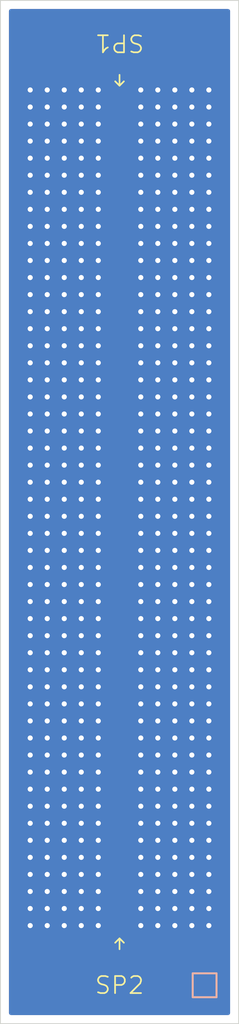
<source format=kicad_pcb>
(kicad_pcb (version 20240108) (generator "pcbnew") (generator_version "8.0")
  (layers (0 "F.Cu" signal) (31 "B.Cu" signal) (34 "B.Paste" user) (35 "F.Paste" user) (36 "B.SilkS" user "B.Silkscreen") (37 "F.SilkS" user "F.Silkscreen") (38 "B.Mask" user) (39 "F.Mask" user) (44 "Edge.Cuts" user))
  (net 0 "")
  (net 1 "GND")
  (footprint "SRS_sim:Simulation_Port" (layer "F.Cu") (at 150 60 180)
    (property "Reference" "SP1" (at 0 2.5 180) (layer "F.SilkS") (effects (font (thickness 0.1))))
    (property "Value" "Simulation_Port" (hide yes))
    (fp_line (start 0 0) (end 0.254 0.254) (stroke (width 0.1)) (layer "F.SilkS"))
    (fp_line (start 0 0) (end 0 0.635) (stroke (width 0.1)) (layer "F.SilkS"))
    (fp_line (start 0 0) (end -0.254 0.254) (stroke (width 0.1)) (layer "F.SilkS"))
  )
  (footprint "SRS_sim:Simulation_Port" (layer "F.Cu") (at 150 110)
    (property "Reference" "SP2" (at 0 2.75 0) (layer "F.SilkS") (effects (font (thickness 0.1))))
    (property "Value" "Simulation_Port" (hide yes))
    (fp_line (start 0 0) (end -0.254 0.254) (stroke (width 0.1)) (layer "F.SilkS"))
    (fp_line (start 0 0) (end 0 0.635) (stroke (width 0.1)) (layer "F.SilkS"))
    (fp_line (start 0 0) (end 0.254 0.254) (stroke (width 0.1)) (layer "F.SilkS"))
  )
  (footprint "TestPoint:TestPoint_Pad_1.0x1.0mm" (layer "B.Cu") (at 155 112.75 180)
    (property "Reference" "TP101" (hide yes))
    (property "Value" "TestPoint" (hide yes))
    (fp_line (start 0.7 0.7) (end -0.7 0.7) (stroke (width 0.12)) (layer "B.SilkS"))
    (fp_line (start 0.7 -0.7) (end 0.7 0.7) (stroke (width 0.12)) (layer "B.SilkS"))
    (fp_line (start -0.7 0.7) (end -0.7 -0.7) (stroke (width 0.12)) (layer "B.SilkS"))
    (fp_line (start -0.7 -0.7) (end 0.7 -0.7) (stroke (width 0.12)) (layer "B.SilkS"))
    (pad "1" smd rect (at 0 0 180) (size 1 1) (layers "B.Cu" "B.Mask") (net 1 "GND"))
  )
  (gr_rect (start 149.365 60) (end 150.635 110) (fill solid) (layer "F.Cu"))
  (gr_rect (start 143 55) (end 157 115) (stroke (width 0.05)) (fill none) (layer "Edge.Cuts"))
  (via (at 146.75 62.25) (size 0.6) (drill 0.3) (layers "F.Cu" "B.Cu") (net 1))
  (via (at 148.75 63.25) (size 0.6) (drill 0.3) (layers "F.Cu" "B.Cu") (net 1))
  (via (at 148.75 74.25) (size 0.6) (drill 0.3) (layers "F.Cu" "B.Cu") (net 1))
  (via (at 148.75 87.25) (size 0.6) (drill 0.3) (layers "F.Cu" "B.Cu") (net 1))
  (via (at 154.25 74.25) (size 0.6) (drill 0.3) (layers "F.Cu" "B.Cu") (net 1))
  (via (at 147.75 100.25) (size 0.6) (drill 0.3) (layers "F.Cu" "B.Cu") (net 1))
  (via (at 148.75 90.25) (size 0.6) (drill 0.3) (layers "F.Cu" "B.Cu") (net 1))
  (via (at 153.25 73.25) (size 0.6) (drill 0.3) (layers "F.Cu" "B.Cu") (net 1))
  (via (at 154.25 83.25) (size 0.6) (drill 0.3) (layers "F.Cu" "B.Cu") (net 1))
  (via (at 147.75 65.25) (size 0.6) (drill 0.3) (layers "F.Cu" "B.Cu") (net 1))
  (via (at 145.75 65.25) (size 0.6) (drill 0.3) (layers "F.Cu" "B.Cu") (net 1))
  (via (at 147.75 64.25) (size 0.6) (drill 0.3) (layers "F.Cu" "B.Cu") (net 1))
  (via (at 148.75 95.25) (size 0.6) (drill 0.3) (layers "F.Cu" "B.Cu") (net 1))
  (via (at 148.75 76.25) (size 0.6) (drill 0.3) (layers "F.Cu" "B.Cu") (net 1))
  (via (at 145.75 69.25) (size 0.6) (drill 0.3) (layers "F.Cu" "B.Cu") (net 1))
  (via (at 145.75 61.25) (size 0.6) (drill 0.3) (layers "F.Cu" "B.Cu") (net 1))
  (via (at 153.25 68.25) (size 0.6) (drill 0.3) (layers "F.Cu" "B.Cu") (net 1))
  (via (at 148.75 108.25) (size 0.6) (drill 0.3) (layers "F.Cu" "B.Cu") (net 1))
  (via (at 153.25 95.25) (size 0.6) (drill 0.3) (layers "F.Cu" "B.Cu") (net 1))
  (via (at 144.75 67.25) (size 0.6) (drill 0.3) (layers "F.Cu" "B.Cu") (net 1))
  (via (at 152.25 109.25) (size 0.6) (drill 0.3) (layers "F.Cu" "B.Cu") (net 1))
  (via (at 155.25 92.25) (size 0.6) (drill 0.3) (layers "F.Cu" "B.Cu") (net 1))
  (via (at 148.75 80.25) (size 0.6) (drill 0.3) (layers "F.Cu" "B.Cu") (net 1))
  (via (at 145.75 98.25) (size 0.6) (drill 0.3) (layers "F.Cu" "B.Cu") (net 1))
  (via (at 147.75 96.25) (size 0.6) (drill 0.3) (layers "F.Cu" "B.Cu") (net 1))
  (via (at 151.25 101.25) (size 0.6) (drill 0.3) (layers "F.Cu" "B.Cu") (net 1))
  (via (at 154.25 70.25) (size 0.6) (drill 0.3) (layers "F.Cu" "B.Cu") (net 1))
  (via (at 144.75 78.25) (size 0.6) (drill 0.3) (layers "F.Cu" "B.Cu") (net 1))
  (via (at 155.25 60.25) (size 0.6) (drill 0.3) (layers "F.Cu" "B.Cu") (net 1))
  (via (at 144.75 96.25) (size 0.6) (drill 0.3) (layers "F.Cu" "B.Cu") (net 1))
  (via (at 155.25 70.25) (size 0.6) (drill 0.3) (layers "F.Cu" "B.Cu") (net 1))
  (via (at 144.75 99.25) (size 0.6) (drill 0.3) (layers "F.Cu" "B.Cu") (net 1))
  (via (at 144.75 82.25) (size 0.6) (drill 0.3) (layers "F.Cu" "B.Cu") (net 1))
  (via (at 155.25 102.25) (size 0.6) (drill 0.3) (layers "F.Cu" "B.Cu") (net 1))
  (via (at 145.75 78.25) (size 0.6) (drill 0.3) (layers "F.Cu" "B.Cu") (net 1))
  (via (at 152.25 92.25) (size 0.6) (drill 0.3) (layers "F.Cu" "B.Cu") (net 1))
  (via (at 148.75 64.25) (size 0.6) (drill 0.3) (layers "F.Cu" "B.Cu") (net 1))
  (via (at 154.25 68.25) (size 0.6) (drill 0.3) (layers "F.Cu" "B.Cu") (net 1))
  (via (at 155.25 65.25) (size 0.6) (drill 0.3) (layers "F.Cu" "B.Cu") (net 1))
  (via (at 145.75 106.25) (size 0.6) (drill 0.3) (layers "F.Cu" "B.Cu") (net 1))
  (via (at 146.75 108.25) (size 0.6) (drill 0.3) (layers "F.Cu" "B.Cu") (net 1))
  (via (at 147.75 77.25) (size 0.6) (drill 0.3) (layers "F.Cu" "B.Cu") (net 1))
  (via (at 151.25 83.25) (size 0.6) (drill 0.3) (layers "F.Cu" "B.Cu") (net 1))
  (via (at 144.75 76.25) (size 0.6) (drill 0.3) (layers "F.Cu" "B.Cu") (net 1))
  (via (at 148.75 93.25) (size 0.6) (drill 0.3) (layers "F.Cu" "B.Cu") (net 1))
  (via (at 148.75 101.25) (size 0.6) (drill 0.3) (layers "F.Cu" "B.Cu") (net 1))
  (via (at 146.75 107.25) (size 0.6) (drill 0.3) (layers "F.Cu" "B.Cu") (net 1))
  (via (at 151.25 104.25) (size 0.6) (drill 0.3) (layers "F.Cu" "B.Cu") (net 1))
  (via (at 152.25 80.25) (size 0.6) (drill 0.3) (layers "F.Cu" "B.Cu") (net 1))
  (via (at 147.75 86.25) (size 0.6) (drill 0.3) (layers "F.Cu" "B.Cu") (net 1))
  (via (at 144.75 72.25) (size 0.6) (drill 0.3) (layers "F.Cu" "B.Cu") (net 1))
  (via (at 145.75 72.25) (size 0.6) (drill 0.3) (layers "F.Cu" "B.Cu") (net 1))
  (via (at 147.75 102.25) (size 0.6) (drill 0.3) (layers "F.Cu" "B.Cu") (net 1))
  (via (at 147.75 74.25) (size 0.6) (drill 0.3) (layers "F.Cu" "B.Cu") (net 1))
  (via (at 152.25 101.25) (size 0.6) (drill 0.3) (layers "F.Cu" "B.Cu") (net 1))
  (via (at 154.25 71.25) (size 0.6) (drill 0.3) (layers "F.Cu" "B.Cu") (net 1))
  (via (at 146.75 88.25) (size 0.6) (drill 0.3) (layers "F.Cu" "B.Cu") (net 1))
  (via (at 152.25 62.25) (size 0.6) (drill 0.3) (layers "F.Cu" "B.Cu") (net 1))
  (via (at 154.25 94.25) (size 0.6) (drill 0.3) (layers "F.Cu" "B.Cu") (net 1))
  (via (at 152.25 71.25) (size 0.6) (drill 0.3) (layers "F.Cu" "B.Cu") (net 1))
  (via (at 152.25 96.25) (size 0.6) (drill 0.3) (layers "F.Cu" "B.Cu") (net 1))
  (via (at 144.75 94.25) (size 0.6) (drill 0.3) (layers "F.Cu" "B.Cu") (net 1))
  (via (at 152.25 97.25) (size 0.6) (drill 0.3) (layers "F.Cu" "B.Cu") (net 1))
  (via (at 151.25 77.25) (size 0.6) (drill 0.3) (layers "F.Cu" "B.Cu") (net 1))
  (via (at 154.25 102.25) (size 0.6) (drill 0.3) (layers "F.Cu" "B.Cu") (net 1))
  (via (at 151.25 76.25) (size 0.6) (drill 0.3) (layers "F.Cu" "B.Cu") (net 1))
  (via (at 155.25 69.25) (size 0.6) (drill 0.3) (layers "F.Cu" "B.Cu") (net 1))
  (via (at 153.25 61.25) (size 0.6) (drill 0.3) (layers "F.Cu" "B.Cu") (net 1))
  (via (at 144.75 63.25) (size 0.6) (drill 0.3) (layers "F.Cu" "B.Cu") (net 1))
  (via (at 153.25 81.25) (size 0.6) (drill 0.3) (layers "F.Cu" "B.Cu") (net 1))
  (via (at 154.25 76.25) (size 0.6) (drill 0.3) (layers "F.Cu" "B.Cu") (net 1))
  (via (at 145.75 68.25) (size 0.6) (drill 0.3) (layers "F.Cu" "B.Cu") (net 1))
  (via (at 145.75 100.25) (size 0.6) (drill 0.3) (layers "F.Cu" "B.Cu") (net 1))
  (via (at 155.25 109.25) (size 0.6) (drill 0.3) (layers "F.Cu" "B.Cu") (net 1))
  (via (at 155.25 91.25) (size 0.6) (drill 0.3) (layers "F.Cu" "B.Cu") (net 1))
  (via (at 144.75 89.25) (size 0.6) (drill 0.3) (layers "F.Cu" "B.Cu") (net 1))
  (via (at 146.75 68.25) (size 0.6) (drill 0.3) (layers "F.Cu" "B.Cu") (net 1))
  (via (at 155.25 98.25) (size 0.6) (drill 0.3) (layers "F.Cu" "B.Cu") (net 1))
  (via (at 145.75 88.25) (size 0.6) (drill 0.3) (layers "F.Cu" "B.Cu") (net 1))
  (via (at 144.75 93.25) (size 0.6) (drill 0.3) (layers "F.Cu" "B.Cu") (net 1))
  (via (at 154.25 98.25) (size 0.6) (drill 0.3) (layers "F.Cu" "B.Cu") (net 1))
  (via (at 151.25 64.25) (size 0.6) (drill 0.3) (layers "F.Cu" "B.Cu") (net 1))
  (via (at 144.75 65.25) (size 0.6) (drill 0.3) (layers "F.Cu" "B.Cu") (net 1))
  (via (at 155.25 79.25) (size 0.6) (drill 0.3) (layers "F.Cu" "B.Cu") (net 1))
  (via (at 144.75 73.25) (size 0.6) (drill 0.3) (layers "F.Cu" "B.Cu") (net 1))
  (via (at 144.75 102.25) (size 0.6) (drill 0.3) (layers "F.Cu" "B.Cu") (net 1))
  (via (at 146.75 72.25) (size 0.6) (drill 0.3) (layers "F.Cu" "B.Cu") (net 1))
  (via (at 146.75 97.25) (size 0.6) (drill 0.3) (layers "F.Cu" "B.Cu") (net 1))
  (via (at 151.25 88.25) (size 0.6) (drill 0.3) (layers "F.Cu" "B.Cu") (net 1))
  (via (at 144.75 90.25) (size 0.6) (drill 0.3) (layers "F.Cu" "B.Cu") (net 1))
  (via (at 151.25 84.25) (size 0.6) (drill 0.3) (layers "F.Cu" "B.Cu") (net 1))
  (via (at 151.25 85.25) (size 0.6) (drill 0.3) (layers "F.Cu" "B.Cu") (net 1))
  (via (at 147.75 103.25) (size 0.6) (drill 0.3) (layers "F.Cu" "B.Cu") (net 1))
  (via (at 144.75 74.25) (size 0.6) (drill 0.3) (layers "F.Cu" "B.Cu") (net 1))
  (via (at 147.75 71.25) (size 0.6) (drill 0.3) (layers "F.Cu" "B.Cu") (net 1))
  (via (at 147.75 99.25) (size 0.6) (drill 0.3) (layers "F.Cu" "B.Cu") (net 1))
  (via (at 148.75 97.25) (size 0.6) (drill 0.3) (layers "F.Cu" "B.Cu") (net 1))
  (via (at 144.75 100.25) (size 0.6) (drill 0.3) (layers "F.Cu" "B.Cu") (net 1))
  (via (at 153.25 109.25) (size 0.6) (drill 0.3) (layers "F.Cu" "B.Cu") (net 1))
  (via (at 145.75 63.25) (size 0.6) (drill 0.3) (layers "F.Cu" "B.Cu") (net 1))
  (via (at 148.75 79.25) (size 0.6) (drill 0.3) (layers "F.Cu" "B.Cu") (net 1))
  (via (at 151.25 94.25) (size 0.6) (drill 0.3) (layers "F.Cu" "B.Cu") (net 1))
  (via (at 146.75 104.25) (size 0.6) (drill 0.3) (layers "F.Cu" "B.Cu") (net 1))
  (via (at 148.75 65.25) (size 0.6) (drill 0.3) (layers "F.Cu" "B.Cu") (net 1))
  (via (at 148.75 85.25) (size 0.6) (drill 0.3) (layers "F.Cu" "B.Cu") (net 1))
  (via (at 151.25 102.25) (size 0.6) (drill 0.3) (layers "F.Cu" "B.Cu") (net 1))
  (via (at 154.25 66.25) (size 0.6) (drill 0.3) (layers "F.Cu" "B.Cu") (net 1))
  (via (at 144.75 95.25) (size 0.6) (drill 0.3) (layers "F.Cu" "B.Cu") (net 1))
  (via (at 153.25 78.25) (size 0.6) (drill 0.3) (layers "F.Cu" "B.Cu") (net 1))
  (via (at 155.25 66.25) (size 0.6) (drill 0.3) (layers "F.Cu" "B.Cu") (net 1))
  (via (at 145.75 62.25) (size 0.6) (drill 0.3) (layers "F.Cu" "B.Cu") (net 1))
  (via (at 146.75 69.25) (size 0.6) (drill 0.3) (layers "F.Cu" "B.Cu") (net 1))
  (via (at 145.75 91.25) (size 0.6) (drill 0.3) (layers "F.Cu" "B.Cu") (net 1))
  (via (at 151.25 73.25) (size 0.6) (drill 0.3) (layers "F.Cu" "B.Cu") (net 1))
  (via (at 144.75 86.25) (size 0.6) (drill 0.3) (layers "F.Cu" "B.Cu") (net 1))
  (via (at 145.75 83.25) (size 0.6) (drill 0.3) (layers "F.Cu" "B.Cu") (net 1))
  (via (at 144.75 81.25) (size 0.6) (drill 0.3) (layers "F.Cu" "B.Cu") (net 1))
  (via (at 151.25 100.25) (size 0.6) (drill 0.3) (layers "F.Cu" "B.Cu") (net 1))
  (via (at 145.75 89.25) (size 0.6) (drill 0.3) (layers "F.Cu" "B.Cu") (net 1))
  (via (at 145.75 82.25) (size 0.6) (drill 0.3) (layers "F.Cu" "B.Cu") (net 1))
  (via (at 155.25 67.25) (size 0.6) (drill 0.3) (layers "F.Cu" "B.Cu") (net 1))
  (via (at 151.25 86.25) (size 0.6) (drill 0.3) (layers "F.Cu" "B.Cu") (net 1))
  (via (at 151.25 63.25) (size 0.6) (drill 0.3) (layers "F.Cu" "B.Cu") (net 1))
  (via (at 155.25 75.25) (size 0.6) (drill 0.3) (layers "F.Cu" "B.Cu") (net 1))
  (via (at 153.25 102.25) (size 0.6) (drill 0.3) (layers "F.Cu" "B.Cu") (net 1))
  (via (at 151.25 75.25) (size 0.6) (drill 0.3) (layers "F.Cu" "B.Cu") (net 1))
  (via (at 151.25 92.25) (size 0.6) (drill 0.3) (layers "F.Cu" "B.Cu") (net 1))
  (via (at 148.75 94.25) (size 0.6) (drill 0.3) (layers "F.Cu" "B.Cu") (net 1))
  (via (at 144.75 77.25) (size 0.6) (drill 0.3) (layers "F.Cu" "B.Cu") (net 1))
  (via (at 147.75 105.25) (size 0.6) (drill 0.3) (layers "F.Cu" "B.Cu") (net 1))
  (via (at 145.75 73.25) (size 0.6) (drill 0.3) (layers "F.Cu" "B.Cu") (net 1))
  (via (at 155.25 76.25) (size 0.6) (drill 0.3) (layers "F.Cu" "B.Cu") (net 1))
  (via (at 145.75 85.25) (size 0.6) (drill 0.3) (layers "F.Cu" "B.Cu") (net 1))
  (via (at 148.75 60.25) (size 0.6) (drill 0.3) (layers "F.Cu" "B.Cu") (net 1))
  (via (at 145.75 95.25) (size 0.6) (drill 0.3) (layers "F.Cu" "B.Cu") (net 1))
  (via (at 144.75 66.25) (size 0.6) (drill 0.3) (layers "F.Cu" "B.Cu") (net 1))
  (via (at 144.75 105.25) (size 0.6) (drill 0.3) (layers "F.Cu" "B.Cu") (net 1))
  (via (at 151.25 65.25) (size 0.6) (drill 0.3) (layers "F.Cu" "B.Cu") (net 1))
  (via (at 147.75 82.25) (size 0.6) (drill 0.3) (layers "F.Cu" "B.Cu") (net 1))
  (via (at 152.25 105.25) (size 0.6) (drill 0.3) (layers "F.Cu" "B.Cu") (net 1))
  (via (at 151.25 78.25) (size 0.6) (drill 0.3) (layers "F.Cu" "B.Cu") (net 1))
  (via (at 147.75 88.25) (size 0.6) (drill 0.3) (layers "F.Cu" "B.Cu") (net 1))
  (via (at 153.25 63.25) (size 0.6) (drill 0.3) (layers "F.Cu" "B.Cu") (net 1))
  (via (at 153.25 77.25) (size 0.6) (drill 0.3) (layers "F.Cu" "B.Cu") (net 1))
  (via (at 154.25 82.25) (size 0.6) (drill 0.3) (layers "F.Cu" "B.Cu") (net 1))
  (via (at 154.25 91.25) (size 0.6) (drill 0.3) (layers "F.Cu" "B.Cu") (net 1))
  (via (at 154.25 84.25) (size 0.6) (drill 0.3) (layers "F.Cu" "B.Cu") (net 1))
  (via (at 148.75 105.25) (size 0.6) (drill 0.3) (layers "F.Cu" "B.Cu") (net 1))
  (via (at 155.25 94.25) (size 0.6) (drill 0.3) (layers "F.Cu" "B.Cu") (net 1))
  (via (at 152.25 82.25) (size 0.6) (drill 0.3) (layers "F.Cu" "B.Cu") (net 1))
  (via (at 148.75 103.25) (size 0.6) (drill 0.3) (layers "F.Cu" "B.Cu") (net 1))
  (via (at 145.75 102.25) (size 0.6) (drill 0.3) (layers "F.Cu" "B.Cu") (net 1))
  (via (at 148.75 61.25) (size 0.6) (drill 0.3) (layers "F.Cu" "B.Cu") (net 1))
  (via (at 147.75 93.25) (size 0.6) (drill 0.3) (layers "F.Cu" "B.Cu") (net 1))
  (via (at 155.25 100.25) (size 0.6) (drill 0.3) (layers "F.Cu" "B.Cu") (net 1))
  (via (at 154.25 92.25) (size 0.6) (drill 0.3) (layers "F.Cu" "B.Cu") (net 1))
  (via (at 155.25 88.25) (size 0.6) (drill 0.3) (layers "F.Cu" "B.Cu") (net 1))
  (via (at 147.75 61.25) (size 0.6) (drill 0.3) (layers "F.Cu" "B.Cu") (net 1))
  (via (at 146.75 93.25) (size 0.6) (drill 0.3) (layers "F.Cu" "B.Cu") (net 1))
  (via (at 145.75 109.25) (size 0.6) (drill 0.3) (layers "F.Cu" "B.Cu") (net 1))
  (via (at 148.75 99.25) (size 0.6) (drill 0.3) (layers "F.Cu" "B.Cu") (net 1))
  (via (at 146.75 87.25) (size 0.6) (drill 0.3) (layers "F.Cu" "B.Cu") (net 1))
  (via (at 146.75 76.25) (size 0.6) (drill 0.3) (layers "F.Cu" "B.Cu") (net 1))
  (via (at 144.75 88.25) (size 0.6) (drill 0.3) (layers "F.Cu" "B.Cu") (net 1))
  (via (at 145.75 84.25) (size 0.6) (drill 0.3) (layers "F.Cu" "B.Cu") (net 1))
  (via (at 147.75 68.25) (size 0.6) (drill 0.3) (layers "F.Cu" "B.Cu") (net 1))
  (via (at 155.25 93.25) (size 0.6) (drill 0.3) (layers "F.Cu" "B.Cu") (net 1))
  (via (at 151.25 108.25) (size 0.6) (drill 0.3) (layers "F.Cu" "B.Cu") (net 1))
  (via (at 152.25 61.25) (size 0.6) (drill 0.3) (layers "F.Cu" "B.Cu") (net 1))
  (via (at 147.75 98.25) (size 0.6) (drill 0.3) (layers "F.Cu" "B.Cu") (net 1))
  (via (at 146.75 60.25) (size 0.6) (drill 0.3) (layers "F.Cu" "B.Cu") (net 1))
  (via (at 145.75 81.25) (size 0.6) (drill 0.3) (layers "F.Cu" "B.Cu") (net 1))
  (via (at 152.25 85.25) (size 0.6) (drill 0.3) (layers "F.Cu" "B.Cu") (net 1))
  (via (at 148.75 75.25) (size 0.6) (drill 0.3) (layers "F.Cu" "B.Cu") (net 1))
  (via (at 144.75 108.25) (size 0.6) (drill 0.3) (layers "F.Cu" "B.Cu") (net 1))
  (via (at 148.75 66.25) (size 0.6) (drill 0.3) (layers "F.Cu" "B.Cu") (net 1))
  (via (at 155.25 108.25) (size 0.6) (drill 0.3) (layers "F.Cu" "B.Cu") (net 1))
  (via (at 154.25 67.25) (size 0.6) (drill 0.3) (layers "F.Cu" "B.Cu") (net 1))
  (via (at 147.75 60.25) (size 0.6) (drill 0.3) (layers "F.Cu" "B.Cu") (net 1))
  (via (at 147.75 104.25) (size 0.6) (drill 0.3) (layers "F.Cu" "B.Cu") (net 1))
  (via (at 152.25 107.25) (size 0.6) (drill 0.3) (layers "F.Cu" "B.Cu") (net 1))
  (via (at 144.75 103.25) (size 0.6) (drill 0.3) (layers "F.Cu" "B.Cu") (net 1))
  (via (at 146.75 80.25) (size 0.6) (drill 0.3) (layers "F.Cu" "B.Cu") (net 1))
  (via (at 155.25 81.25) (size 0.6) (drill 0.3) (layers "F.Cu" "B.Cu") (net 1))
  (via (at 146.75 106.25) (size 0.6) (drill 0.3) (layers "F.Cu" "B.Cu") (net 1))
  (via (at 144.75 106.25) (size 0.6) (drill 0.3) (layers "F.Cu" "B.Cu") (net 1))
  (via (at 146.75 74.25) (size 0.6) (drill 0.3) (layers "F.Cu" "B.Cu") (net 1))
  (via (at 146.75 89.25) (size 0.6) (drill 0.3) (layers "F.Cu" "B.Cu") (net 1))
  (via (at 155.25 90.25) (size 0.6) (drill 0.3) (layers "F.Cu" "B.Cu") (net 1))
  (via (at 152.25 103.25) (size 0.6) (drill 0.3) (layers "F.Cu" "B.Cu") (net 1))
  (via (at 154.25 78.25) (size 0.6) (drill 0.3) (layers "F.Cu" "B.Cu") (net 1))
  (via (at 155.25 95.25) (size 0.6) (drill 0.3) (layers "F.Cu" "B.Cu") (net 1))
  (via (at 154.25 96.25) (size 0.6) (drill 0.3) (layers "F.Cu" "B.Cu") (net 1))
  (via (at 155.25 106.25) (size 0.6) (drill 0.3) (layers "F.Cu" "B.Cu") (net 1))
  (via (at 146.75 94.25) (size 0.6) (drill 0.3) (layers "F.Cu" "B.Cu") (net 1))
  (via (at 153.25 74.25) (size 0.6) (drill 0.3) (layers "F.Cu" "B.Cu") (net 1))
  (via (at 148.75 92.25) (size 0.6) (drill 0.3) (layers "F.Cu" "B.Cu") (net 1))
  (via (at 153.25 87.25) (size 0.6) (drill 0.3) (layers "F.Cu" "B.Cu") (net 1))
  (via (at 152.25 79.25) (size 0.6) (drill 0.3) (layers "F.Cu" "B.Cu") (net 1))
  (via (at 144.75 61.25) (size 0.6) (drill 0.3) (layers "F.Cu" "B.Cu") (net 1))
  (via (at 146.75 109.25) (size 0.6) (drill 0.3) (layers "F.Cu" "B.Cu") (net 1))
  (via (at 147.75 97.25) (size 0.6) (drill 0.3) (layers "F.Cu" "B.Cu") (net 1))
  (via (at 144.75 91.25) (size 0.6) (drill 0.3) (layers "F.Cu" "B.Cu") (net 1))
  (via (at 152.25 70.25) (size 0.6) (drill 0.3) (layers "F.Cu" "B.Cu") (net 1))
  (via (at 152.25 87.25) (size 0.6) (drill 0.3) (layers "F.Cu" "B.Cu") (net 1))
  (via (at 154.25 95.25) (size 0.6) (drill 0.3) (layers "F.Cu" "B.Cu") (net 1))
  (via (at 153.25 100.25) (size 0.6) (drill 0.3) (layers "F.Cu" "B.Cu") (net 1))
  (via (at 145.75 75.25) (size 0.6) (drill 0.3) (layers "F.Cu" "B.Cu") (net 1))
  (via (at 151.25 74.25) (size 0.6) (drill 0.3) (layers "F.Cu" "B.Cu") (net 1))
  (via (at 155.25 61.25) (size 0.6) (drill 0.3) (layers "F.Cu" "B.Cu") (net 1))
  (via (at 145.75 87.25) (size 0.6) (drill 0.3) (layers "F.Cu" "B.Cu") (net 1))
  (via (at 151.25 81.25) (size 0.6) (drill 0.3) (layers "F.Cu" "B.Cu") (net 1))
  (via (at 152.25 95.25) (size 0.6) (drill 0.3) (layers "F.Cu" "B.Cu") (net 1))
  (via (at 154.25 109.25) (size 0.6) (drill 0.3) (layers "F.Cu" "B.Cu") (net 1))
  (via (at 155.25 101.25) (size 0.6) (drill 0.3) (layers "F.Cu" "B.Cu") (net 1))
  (via (at 153.25 85.25) (size 0.6) (drill 0.3) (layers "F.Cu" "B.Cu") (net 1))
  (via (at 146.75 100.25) (size 0.6) (drill 0.3) (layers "F.Cu" "B.Cu") (net 1))
  (via (at 154.25 88.25) (size 0.6) (drill 0.3) (layers "F.Cu" "B.Cu") (net 1))
  (via (at 145.75 94.25) (size 0.6) (drill 0.3) (layers "F.Cu" "B.Cu") (net 1))
  (via (at 155.25 78.25) (size 0.6) (drill 0.3) (layers "F.Cu" "B.Cu") (net 1))
  (via (at 148.75 89.25) (size 0.6) (drill 0.3) (layers "F.Cu" "B.Cu") (net 1))
  (via (at 145.75 90.25) (size 0.6) (drill 0.3) (layers "F.Cu" "B.Cu") (net 1))
  (via (at 144.75 87.25) (size 0.6) (drill 0.3) (layers "F.Cu" "B.Cu") (net 1))
  (via (at 155.25 83.25) (size 0.6) (drill 0.3) (layers "F.Cu" "B.Cu") (net 1))
  (via (at 153.25 104.25) (size 0.6) (drill 0.3) (layers "F.Cu" "B.Cu") (net 1))
  (via (at 153.25 80.25) (size 0.6) (drill 0.3) (layers "F.Cu" "B.Cu") (net 1))
  (via (at 145.75 80.25) (size 0.6) (drill 0.3) (layers "F.Cu" "B.Cu") (net 1))
  (via (at 148.75 67.25) (size 0.6) (drill 0.3) (layers "F.Cu" "B.Cu") (net 1))
  (via (at 154.25 85.25) (size 0.6) (drill 0.3) (layers "F.Cu" "B.Cu") (net 1))
  (via (at 154.25 99.25) (size 0.6) (drill 0.3) (layers "F.Cu" "B.Cu") (net 1))
  (via (at 147.75 62.25) (size 0.6) (drill 0.3) (layers "F.Cu" "B.Cu") (net 1))
  (via (at 152.25 84.25) (size 0.6) (drill 0.3) (layers "F.Cu" "B.Cu") (net 1))
  (via (at 152.25 99.25) (size 0.6) (drill 0.3) (layers "F.Cu" "B.Cu") (net 1))
  (via (at 146.75 61.25) (size 0.6) (drill 0.3) (layers "F.Cu" "B.Cu") (net 1))
  (via (at 146.75 78.25) (size 0.6) (drill 0.3) (layers "F.Cu" "B.Cu") (net 1))
  (via (at 145.75 70.25) (size 0.6) (drill 0.3) (layers "F.Cu" "B.Cu") (net 1))
  (via (at 152.25 60.25) (size 0.6) (drill 0.3) (layers "F.Cu" "B.Cu") (net 1))
  (via (at 148.75 102.25) (size 0.6) (drill 0.3) (layers "F.Cu" "B.Cu") (net 1))
  (via (at 153.25 66.25) (size 0.6) (drill 0.3) (layers "F.Cu" "B.Cu") (net 1))
  (via (at 154.25 105.25) (size 0.6) (drill 0.3) (layers "F.Cu" "B.Cu") (net 1))
  (via (at 152.25 81.25) (size 0.6) (drill 0.3) (layers "F.Cu" "B.Cu") (net 1))
  (via (at 152.25 83.25) (size 0.6) (drill 0.3) (layers "F.Cu" "B.Cu") (net 1))
  (via (at 146.75 70.25) (size 0.6) (drill 0.3) (layers "F.Cu" "B.Cu") (net 1))
  (via (at 148.75 73.25) (size 0.6) (drill 0.3) (layers "F.Cu" "B.Cu") (net 1))
  (via (at 153.25 82.25) (size 0.6) (drill 0.3) (layers "F.Cu" "B.Cu") (net 1))
  (via (at 154.25 80.25) (size 0.6) (drill 0.3) (layers "F.Cu" "B.Cu") (net 1))
  (via (at 151.25 67.25) (size 0.6) (drill 0.3) (layers "F.Cu" "B.Cu") (net 1))
  (via (at 153.25 89.25) (size 0.6) (drill 0.3) (layers "F.Cu" "B.Cu") (net 1))
  (via (at 151.25 70.25) (size 0.6) (drill 0.3) (layers "F.Cu" "B.Cu") (net 1))
  (via (at 151.25 93.25) (size 0.6) (drill 0.3) (layers "F.Cu" "B.Cu") (net 1))
  (via (at 144.75 107.25) (size 0.6) (drill 0.3) (layers "F.Cu" "B.Cu") (net 1))
  (via (at 154.25 62.25) (size 0.6) (drill 0.3) (layers "F.Cu" "B.Cu") (net 1))
  (via (at 146.75 95.25) (size 0.6) (drill 0.3) (layers "F.Cu" "B.Cu") (net 1))
  (via (at 155.25 87.25) (size 0.6) (drill 0.3) (layers "F.Cu" "B.Cu") (net 1))
  (via (at 151.25 98.25) (size 0.6) (drill 0.3) (layers "F.Cu" "B.Cu") (net 1))
  (via (at 147.75 63.25) (size 0.6) (drill 0.3) (layers "F.Cu" "B.Cu") (net 1))
  (via (at 153.25 83.25) (size 0.6) (drill 0.3) (layers "F.Cu" "B.Cu") (net 1))
  (via (at 151.25 109.25) (size 0.6) (drill 0.3) (layers "F.Cu" "B.Cu") (net 1))
  (via (at 147.75 90.25) (size 0.6) (drill 0.3) (layers "F.Cu" "B.Cu") (net 1))
  (via (at 152.25 94.25) (size 0.6) (drill 0.3) (layers "F.Cu" "B.Cu") (net 1))
  (via (at 147.75 72.25) (size 0.6) (drill 0.3) (layers "F.Cu" "B.Cu") (net 1))
  (via (at 144.75 109.25) (size 0.6) (drill 0.3) (layers "F.Cu" "B.Cu") (net 1))
  (via (at 152.25 104.25) (size 0.6) (drill 0.3) (layers "F.Cu" "B.Cu") (net 1))
  (via (at 153.25 64.25) (size 0.6) (drill 0.3) (layers "F.Cu" "B.Cu") (net 1))
  (via (at 151.25 68.25) (size 0.6) (drill 0.3) (layers "F.Cu" "B.Cu") (net 1))
  (via (at 145.75 76.25) (size 0.6) (drill 0.3) (layers "F.Cu" "B.Cu") (net 1))
  (via (at 153.25 71.25) (size 0.6) (drill 0.3) (layers "F.Cu" "B.Cu") (net 1))
  (via (at 146.75 86.25) (size 0.6) (drill 0.3) (layers "F.Cu" "B.Cu") (net 1))
  (via (at 154.25 81.25) (size 0.6) (drill 0.3) (layers "F.Cu" "B.Cu") (net 1))
  (via (at 146.75 75.25) (size 0.6) (drill 0.3) (layers "F.Cu" "B.Cu") (net 1))
  (via (at 155.25 105.25) (size 0.6) (drill 0.3) (layers "F.Cu" "B.Cu") (net 1))
  (via (at 144.75 84.25) (size 0.6) (drill 0.3) (layers "F.Cu" "B.Cu") (net 1))
  (via (at 153.25 62.25) (size 0.6) (drill 0.3) (layers "F.Cu" "B.Cu") (net 1))
  (via (at 153.25 84.25) (size 0.6) (drill 0.3) (layers "F.Cu" "B.Cu") (net 1))
  (via (at 147.75 89.25) (size 0.6) (drill 0.3) (layers "F.Cu" "B.Cu") (net 1))
  (via (at 152.25 98.25) (size 0.6) (drill 0.3) (layers "F.Cu" "B.Cu") (net 1))
  (via (at 145.75 79.25) (size 0.6) (drill 0.3) (layers "F.Cu" "B.Cu") (net 1))
  (via (at 155.25 84.25) (size 0.6) (drill 0.3) (layers "F.Cu" "B.Cu") (net 1))
  (via (at 146.75 63.25) (size 0.6) (drill 0.3) (layers "F.Cu" "B.Cu") (net 1))
  (via (at 148.75 69.25) (size 0.6) (drill 0.3) (layers "F.Cu" "B.Cu") (net 1))
  (via (at 147.75 108.25) (size 0.6) (drill 0.3) (layers "F.Cu" "B.Cu") (net 1))
  (via (at 151.25 105.25) (size 0.6) (drill 0.3) (layers "F.Cu" "B.Cu") (net 1))
  (via (at 155.25 107.25) (size 0.6) (drill 0.3) (layers "F.Cu" "B.Cu") (net 1))
  (via (at 146.75 73.25) (size 0.6) (drill 0.3) (layers "F.Cu" "B.Cu") (net 1))
  (via (at 155.25 72.25) (size 0.6) (drill 0.3) (layers "F.Cu" "B.Cu") (net 1))
  (via (at 151.25 79.25) (size 0.6) (drill 0.3) (layers "F.Cu" "B.Cu") (net 1))
  (via (at 144.75 101.25) (size 0.6) (drill 0.3) (layers "F.Cu" "B.Cu") (net 1))
  (via (at 146.75 103.25) (size 0.6) (drill 0.3) (layers "F.Cu" "B.Cu") (net 1))
  (via (at 154.25 73.25) (size 0.6) (drill 0.3) (layers "F.Cu" "B.Cu") (net 1))
  (via (at 147.75 84.25) (size 0.6) (drill 0.3) (layers "F.Cu" "B.Cu") (net 1))
  (via (at 154.25 60.25) (size 0.6) (drill 0.3) (layers "F.Cu" "B.Cu") (net 1))
  (via (at 152.25 66.25) (size 0.6) (drill 0.3) (layers "F.Cu" "B.Cu") (net 1))
  (via (at 144.75 60.25) (size 0.6) (drill 0.3) (layers "F.Cu" "B.Cu") (net 1))
  (via (at 144.75 85.25) (size 0.6) (drill 0.3) (layers "F.Cu" "B.Cu") (net 1))
  (via (at 147.75 73.25) (size 0.6) (drill 0.3) (layers "F.Cu" "B.Cu") (net 1))
  (via (at 147.75 85.25) (size 0.6) (drill 0.3) (layers "F.Cu" "B.Cu") (net 1))
  (via (at 154.25 87.25) (size 0.6) (drill 0.3) (layers "F.Cu" "B.Cu") (net 1))
  (via (at 146.75 83.25) (size 0.6) (drill 0.3) (layers "F.Cu" "B.Cu") (net 1))
  (via (at 153.25 75.25) (size 0.6) (drill 0.3) (layers "F.Cu" "B.Cu") (net 1))
  (via (at 154.25 89.25) (size 0.6) (drill 0.3) (layers "F.Cu" "B.Cu") (net 1))
  (via (at 145.75 96.25) (size 0.6) (drill 0.3) (layers "F.Cu" "B.Cu") (net 1))
  (via (at 148.75 77.25) (size 0.6) (drill 0.3) (layers "F.Cu" "B.Cu") (net 1))
  (via (at 153.25 72.25) (size 0.6) (drill 0.3) (layers "F.Cu" "B.Cu") (net 1))
  (via (at 153.25 103.25) (size 0.6) (drill 0.3) (layers "F.Cu" "B.Cu") (net 1))
  (via (at 148.75 86.25) (size 0.6) (drill 0.3) (layers "F.Cu" "B.Cu") (net 1))
  (via (at 152.25 86.25) (size 0.6) (drill 0.3) (layers "F.Cu" "B.Cu") (net 1))
  (via (at 147.75 91.25) (size 0.6) (drill 0.3) (layers "F.Cu" "B.Cu") (net 1))
  (via (at 145.75 104.25) (size 0.6) (drill 0.3) (layers "F.Cu" "B.Cu") (net 1))
  (via (at 153.25 76.25) (size 0.6) (drill 0.3) (layers "F.Cu" "B.Cu") (net 1))
  (via (at 151.25 96.25) (size 0.6) (drill 0.3) (layers "F.Cu" "B.Cu") (net 1))
  (via (at 153.25 69.25) (size 0.6) (drill 0.3) (layers "F.Cu" "B.Cu") (net 1))
  (via (at 154.25 61.25) (size 0.6) (drill 0.3) (layers "F.Cu" "B.Cu") (net 1))
  (via (at 144.75 92.25) (size 0.6) (drill 0.3) (layers "F.Cu" "B.Cu") (net 1))
  (via (at 145.75 107.25) (size 0.6) (drill 0.3) (layers "F.Cu" "B.Cu") (net 1))
  (via (at 148.75 106.25) (size 0.6) (drill 0.3) (layers "F.Cu" "B.Cu") (net 1))
  (via (at 147.75 75.25) (size 0.6) (drill 0.3) (layers "F.Cu" "B.Cu") (net 1))
  (via (at 155.25 103.25) (size 0.6) (drill 0.3) (layers "F.Cu" "B.Cu") (net 1))
  (via (at 152.25 63.25) (size 0.6) (drill 0.3) (layers "F.Cu" "B.Cu") (net 1))
  (via (at 146.75 105.25) (size 0.6) (drill 0.3) (layers "F.Cu" "B.Cu") (net 1))
  (via (at 146.75 65.25) (size 0.6) (drill 0.3) (layers "F.Cu" "B.Cu") (net 1))
  (via (at 151.25 66.25) (size 0.6) (drill 0.3) (layers "F.Cu" "B.Cu") (net 1))
  (via (at 152.25 91.25) (size 0.6) (drill 0.3) (layers "F.Cu" "B.Cu") (net 1))
  (via (at 145.75 67.25) (size 0.6) (drill 0.3) (layers "F.Cu" "B.Cu") (net 1))
  (via (at 152.25 75.25) (size 0.6) (drill 0.3) (layers "F.Cu" "B.Cu") (net 1))
  (via (at 148.75 82.25) (size 0.6) (drill 0.3) (layers "F.Cu" "B.Cu") (net 1))
  (via (at 146.75 96.25) (size 0.6) (drill 0.3) (layers "F.Cu" "B.Cu") (net 1))
  (via (at 153.25 99.25) (size 0.6) (drill 0.3) (layers "F.Cu" "B.Cu") (net 1))
  (via (at 146.75 81.25) (size 0.6) (drill 0.3) (layers "F.Cu" "B.Cu") (net 1))
  (via (at 155.25 71.25) (size 0.6) (drill 0.3) (layers "F.Cu" "B.Cu") (net 1))
  (via (at 154.25 93.25) (size 0.6) (drill 0.3) (layers "F.Cu" "B.Cu") (net 1))
  (via (at 145.75 101.25) (size 0.6) (drill 0.3) (layers "F.Cu" "B.Cu") (net 1))
  (via (at 153.25 92.25) (size 0.6) (drill 0.3) (layers "F.Cu" "B.Cu") (net 1))
  (via (at 151.25 99.25) (size 0.6) (drill 0.3) (layers "F.Cu" "B.Cu") (net 1))
  (via (at 153.25 91.25) (size 0.6) (drill 0.3) (layers "F.Cu" "B.Cu") (net 1))
  (via (at 148.75 96.25) (size 0.6) (drill 0.3) (layers "F.Cu" "B.Cu") (net 1))
  (via (at 154.25 79.25) (size 0.6) (drill 0.3) (layers "F.Cu" "B.Cu") (net 1))
  (via (at 153.25 67.25) (size 0.6) (drill 0.3) (layers "F.Cu" "B.Cu") (net 1))
  (via (at 154.25 64.25) (size 0.6) (drill 0.3) (layers "F.Cu" "B.Cu") (net 1))
  (via (at 146.75 101.25) (size 0.6) (drill 0.3) (layers "F.Cu" "B.Cu") (net 1))
  (via (at 153.25 90.25) (size 0.6) (drill 0.3) (layers "F.Cu" "B.Cu") (net 1))
  (via (at 147.75 70.25) (size 0.6) (drill 0.3) (layers "F.Cu" "B.Cu") (net 1))
  (via (at 145.75 97.25) (size 0.6) (drill 0.3) (layers "F.Cu" "B.Cu") (net 1))
  (via (at 147.75 94.25) (size 0.6) (drill 0.3) (layers "F.Cu" "B.Cu") (net 1))
  (via (at 153.25 86.25) (size 0.6) (drill 0.3) (layers "F.Cu" "B.Cu") (net 1))
  (via (at 151.25 107.25) (size 0.6) (drill 0.3) (layers "F.Cu" "B.Cu") (net 1))
  (via (at 154.25 107.25) (size 0.6) (drill 0.3) (layers "F.Cu" "B.Cu") (net 1))
  (via (at 151.25 72.25) (size 0.6) (drill 0.3) (layers "F.Cu" "B.Cu") (net 1))
  (via (at 147.75 92.25) (size 0.6) (drill 0.3) (layers "F.Cu" "B.Cu") (net 1))
  (via (at 147.75 101.25) (size 0.6) (drill 0.3) (layers "F.Cu" "B.Cu") (net 1))
  (via (at 146.75 79.25) (size 0.6) (drill 0.3) (layers "F.Cu" "B.Cu") (net 1))
  (via (at 145.75 108.25) (size 0.6) (drill 0.3) (layers "F.Cu" "B.Cu") (net 1))
  (via (at 146.75 98.25) (size 0.6) (drill 0.3) (layers "F.Cu" "B.Cu") (net 1))
  (via (at 146.75 71.25) (size 0.6) (drill 0.3) (layers "F.Cu" "B.Cu") (net 1))
  (via (at 146.75 85.25) (size 0.6) (drill 0.3) (layers "F.Cu" "B.Cu") (net 1))
  (via (at 144.75 104.25) (size 0.6) (drill 0.3) (layers "F.Cu" "B.Cu") (net 1))
  (via (at 148.75 70.25) (size 0.6) (drill 0.3) (layers "F.Cu" "B.Cu") (net 1))
  (via (at 145.75 74.25) (size 0.6) (drill 0.3) (layers "F.Cu" "B.Cu") (net 1))
  (via (at 151.25 60.25) (size 0.6) (drill 0.3) (layers "F.Cu" "B.Cu") (net 1))
  (via (at 154.25 104.25) (size 0.6) (drill 0.3) (layers "F.Cu" "B.Cu") (net 1))
  (via (at 147.75 69.25) (size 0.6) (drill 0.3) (layers "F.Cu" "B.Cu") (net 1))
  (via (at 155.25 99.25) (size 0.6) (drill 0.3) (layers "F.Cu" "B.Cu") (net 1))
  (via (at 148.75 100.25) (size 0.6) (drill 0.3) (layers "F.Cu" "B.Cu") (net 1))
  (via (at 153.25 93.25) (size 0.6) (drill 0.3) (layers "F.Cu" "B.Cu") (net 1))
  (via (at 148.75 88.25) (size 0.6) (drill 0.3) (layers "F.Cu" "B.Cu") (net 1))
  (via (at 151.25 71.25) (size 0.6) (drill 0.3) (layers "F.Cu" "B.Cu") (net 1))
  (via (at 153.25 98.25) (size 0.6) (drill 0.3) (layers "F.Cu" "B.Cu") (net 1))
  (via (at 144.75 98.25) (size 0.6) (drill 0.3) (layers "F.Cu" "B.Cu") (net 1))
  (via (at 153.25 60.25) (size 0.6) (drill 0.3) (layers "F.Cu" "B.Cu") (net 1))
  (via (at 146.75 67.25) (size 0.6) (drill 0.3) (layers "F.Cu" "B.Cu") (net 1))
  (via (at 144.75 97.25) (size 0.6) (drill 0.3) (layers "F.Cu" "B.Cu") (net 1))
  (via (at 154.25 100.25) (size 0.6) (drill 0.3) (layers "F.Cu" "B.Cu") (net 1))
  (via (at 147.75 79.25) (size 0.6) (drill 0.3) (layers "F.Cu" "B.Cu") (net 1))
  (via (at 147.75 106.25) (size 0.6) (drill 0.3) (layers "F.Cu" "B.Cu") (net 1))
  (via (at 148.75 81.25) (size 0.6) (drill 0.3) (layers "F.Cu" "B.Cu") (net 1))
  (via (at 148.75 84.25) (size 0.6) (drill 0.3) (layers "F.Cu" "B.Cu") (net 1))
  (via (at 152.25 65.25) (size 0.6) (drill 0.3) (layers "F.Cu" "B.Cu") (net 1))
  (via (at 155.25 63.25) (size 0.6) (drill 0.3) (layers "F.Cu" "B.Cu") (net 1))
  (via (at 152.25 90.25) (size 0.6) (drill 0.3) (layers "F.Cu" "B.Cu") (net 1))
  (via (at 152.25 78.25) (size 0.6) (drill 0.3) (layers "F.Cu" "B.Cu") (net 1))
  (via (at 146.75 77.25) (size 0.6) (drill 0.3) (layers "F.Cu" "B.Cu") (net 1))
  (via (at 147.75 109.25) (size 0.6) (drill 0.3) (layers "F.Cu" "B.Cu") (net 1))
  (via (at 154.25 63.25) (size 0.6) (drill 0.3) (layers "F.Cu" "B.Cu") (net 1))
  (via (at 148.75 98.25) (size 0.6) (drill 0.3) (layers "F.Cu" "B.Cu") (net 1))
  (via (at 153.25 106.25) (size 0.6) (drill 0.3) (layers "F.Cu" "B.Cu") (net 1))
  (via (at 155.25 104.25) (size 0.6) (drill 0.3) (layers "F.Cu" "B.Cu") (net 1))
  (via (at 154.25 77.25) (size 0.6) (drill 0.3) (layers "F.Cu" "B.Cu") (net 1))
  (via (at 148.75 83.25) (size 0.6) (drill 0.3) (layers "F.Cu" "B.Cu") (net 1))
  (via (at 155.25 68.25) (size 0.6) (drill 0.3) (layers "F.Cu" "B.Cu") (net 1))
  (via (at 154.25 101.25) (size 0.6) (drill 0.3) (layers "F.Cu" "B.Cu") (net 1))
  (via (at 154.25 72.25) (size 0.6) (drill 0.3) (layers "F.Cu" "B.Cu") (net 1))
  (via (at 144.75 80.25) (size 0.6) (drill 0.3) (layers "F.Cu" "B.Cu") (net 1))
  (via (at 151.25 80.25) (size 0.6) (drill 0.3) (layers "F.Cu" "B.Cu") (net 1))
  (via (at 154.25 106.25) (size 0.6) (drill 0.3) (layers "F.Cu" "B.Cu") (net 1))
  (via (at 146.75 84.25) (size 0.6) (drill 0.3) (layers "F.Cu" "B.Cu") (net 1))
  (via (at 153.25 88.25) (size 0.6) (drill 0.3) (layers "F.Cu" "B.Cu") (net 1))
  (via (at 154.25 69.25) (size 0.6) (drill 0.3) (layers "F.Cu" "B.Cu") (net 1))
  (via (at 148.75 107.25) (size 0.6) (drill 0.3) (layers "F.Cu" "B.Cu") (net 1))
  (via (at 147.75 80.25) (size 0.6) (drill 0.3) (layers "F.Cu" "B.Cu") (net 1))
  (via (at 153.25 94.25) (size 0.6) (drill 0.3) (layers "F.Cu" "B.Cu") (net 1))
  (via (at 152.25 73.25) (size 0.6) (drill 0.3) (layers "F.Cu" "B.Cu") (net 1))
  (via (at 148.75 91.25) (size 0.6) (drill 0.3) (layers "F.Cu" "B.Cu") (net 1))
  (via (at 145.75 60.25) (size 0.6) (drill 0.3) (layers "F.Cu" "B.Cu") (net 1))
  (via (at 145.75 103.25) (size 0.6) (drill 0.3) (layers "F.Cu" "B.Cu") (net 1))
  (via (at 145.75 99.25) (size 0.6) (drill 0.3) (layers "F.Cu" "B.Cu") (net 1))
  (via (at 146.75 82.25) (size 0.6) (drill 0.3) (layers "F.Cu" "B.Cu") (net 1))
  (via (at 152.25 76.25) (size 0.6) (drill 0.3) (layers "F.Cu" "B.Cu") (net 1))
  (via (at 146.75 91.25) (size 0.6) (drill 0.3) (layers "F.Cu" "B.Cu") (net 1))
  (via (at 144.75 75.25) (size 0.6) (drill 0.3) (layers "F.Cu" "B.Cu") (net 1))
  (via (at 154.25 103.25) (size 0.6) (drill 0.3) (layers "F.Cu" "B.Cu") (net 1))
  (via (at 151.25 87.25) (size 0.6) (drill 0.3) (layers "F.Cu" "B.Cu") (net 1))
  (via (at 144.75 71.25) (size 0.6) (drill 0.3) (layers "F.Cu" "B.Cu") (net 1))
  (via (at 147.75 95.25) (size 0.6) (drill 0.3) (layers "F.Cu" "B.Cu") (net 1))
  (via (at 152.25 69.25) (size 0.6) (drill 0.3) (layers "F.Cu" "B.Cu") (net 1))
  (via (at 151.25 69.25) (size 0.6) (drill 0.3) (layers "F.Cu" "B.Cu") (net 1))
  (via (at 146.75 64.25) (size 0.6) (drill 0.3) (layers "F.Cu" "B.Cu") (net 1))
  (via (at 154.25 75.25) (size 0.6) (drill 0.3) (layers "F.Cu" "B.Cu") (net 1))
  (via (at 145.75 86.25) (size 0.6) (drill 0.3) (layers "F.Cu" "B.Cu") (net 1))
  (via (at 153.25 101.25) (size 0.6) (drill 0.3) (layers "F.Cu" "B.Cu") (net 1))
  (via (at 151.25 62.25) (size 0.6) (drill 0.3) (layers "F.Cu" "B.Cu") (net 1))
  (via (at 152.25 108.25) (size 0.6) (drill 0.3) (layers "F.Cu" "B.Cu") (net 1))
  (via (at 151.25 91.25) (size 0.6) (drill 0.3) (layers "F.Cu" "B.Cu") (net 1))
  (via (at 148.75 78.25) (size 0.6) (drill 0.3) (layers "F.Cu" "B.Cu") (net 1))
  (via (at 147.75 76.25) (size 0.6) (drill 0.3) (layers "F.Cu" "B.Cu") (net 1))
  (via (at 145.75 64.25) (size 0.6) (drill 0.3) (layers "F.Cu" "B.Cu") (net 1))
  (via (at 155.25 73.25) (size 0.6) (drill 0.3) (layers "F.Cu" "B.Cu") (net 1))
  (via (at 154.25 97.25) (size 0.6) (drill 0.3) (layers "F.Cu" "B.Cu") (net 1))
  (via (at 144.75 83.25) (size 0.6) (drill 0.3) (layers "F.Cu" "B.Cu") (net 1))
  (via (at 152.25 72.25) (size 0.6) (drill 0.3) (layers "F.Cu" "B.Cu") (net 1))
  (via (at 144.75 62.25) (size 0.6) (drill 0.3) (layers "F.Cu" "B.Cu") (net 1))
  (via (at 155.25 89.25) (size 0.6) (drill 0.3) (layers "F.Cu" "B.Cu") (net 1))
  (via (at 151.25 61.25) (size 0.6) (drill 0.3) (layers "F.Cu" "B.Cu") (net 1))
  (via (at 145.75 92.25) (size 0.6) (drill 0.3) (layers "F.Cu" "B.Cu") (net 1))
  (via (at 153.25 108.25) (size 0.6) (drill 0.3) (layers "F.Cu" "B.Cu") (net 1))
  (via (at 152.25 89.25) (size 0.6) (drill 0.3) (layers "F.Cu" "B.Cu") (net 1))
  (via (at 147.75 87.25) (size 0.6) (drill 0.3) (layers "F.Cu" "B.Cu") (net 1))
  (via (at 155.25 74.25) (size 0.6) (drill 0.3) (layers "F.Cu" "B.Cu") (net 1))
  (via (at 146.75 66.25) (size 0.6) (drill 0.3) (layers "F.Cu" "B.Cu") (net 1))
  (via (at 145.75 105.25) (size 0.6) (drill 0.3) (layers "F.Cu" "B.Cu") (net 1))
  (via (at 144.75 69.25) (size 0.6) (drill 0.3) (layers "F.Cu" "B.Cu") (net 1))
  (via (at 152.25 102.25) (size 0.6) (drill 0.3) (layers "F.Cu" "B.Cu") (net 1))
  (via (at 155.25 64.25) (size 0.6) (drill 0.3) (layers "F.Cu" "B.Cu") (net 1))
  (via (at 155.25 86.25) (size 0.6) (drill 0.3) (layers "F.Cu" "B.Cu") (net 1))
  (via (at 147.75 83.25) (size 0.6) (drill 0.3) (layers "F.Cu" "B.Cu") (net 1))
  (via (at 147.75 67.25) (size 0.6) (drill 0.3) (layers "F.Cu" "B.Cu") (net 1))
  (via (at 153.25 107.25) (size 0.6) (drill 0.3) (layers "F.Cu" "B.Cu") (net 1))
  (via (at 153.25 65.25) (size 0.6) (drill 0.3) (layers "F.Cu" "B.Cu") (net 1))
  (via (at 144.75 64.25) (size 0.6) (drill 0.3) (layers "F.Cu" "B.Cu") (net 1))
  (via (at 144.75 79.25) (size 0.6) (drill 0.3) (layers "F.Cu" "B.Cu") (net 1))
  (via (at 145.75 93.25) (size 0.6) (drill 0.3) (layers "F.Cu" "B.Cu") (net 1))
  (via (at 153.25 105.25) (size 0.6) (drill 0.3) (layers "F.Cu" "B.Cu") (net 1))
  (via (at 154.25 65.25) (size 0.6) (drill 0.3) (layers "F.Cu" "B.Cu") (net 1))
  (via (at 151.25 89.25) (size 0.6) (drill 0.3) (layers "F.Cu" "B.Cu") (net 1))
  (via (at 147.75 78.25) (size 0.6) (drill 0.3) (layers "F.Cu" "B.Cu") (net 1))
  (via (at 144.75 70.25) (size 0.6) (drill 0.3) (layers "F.Cu" "B.Cu") (net 1))
  (via (at 148.75 109.25) (size 0.6) (drill 0.3) (layers "F.Cu" "B.Cu") (net 1))
  (via (at 151.25 95.25) (size 0.6) (drill 0.3) (layers "F.Cu" "B.Cu") (net 1))
  (via (at 145.75 71.25) (size 0.6) (drill 0.3) (layers "F.Cu" "B.Cu") (net 1))
  (via (at 152.25 77.25) (size 0.6) (drill 0.3) (layers "F.Cu" "B.Cu") (net 1))
  (via (at 152.25 88.25) (size 0.6) (drill 0.3) (layers "F.Cu" "B.Cu") (net 1))
  (via (at 152.25 64.25) (size 0.6) (drill 0.3) (layers "F.Cu" "B.Cu") (net 1))
  (via (at 145.75 66.25) (size 0.6) (drill 0.3) (layers "F.Cu" "B.Cu") (net 1))
  (via (at 152.25 106.25) (size 0.6) (drill 0.3) (layers "F.Cu" "B.Cu") (net 1))
  (via (at 147.75 81.25) (size 0.6) (drill 0.3) (layers "F.Cu" "B.Cu") (net 1))
  (via (at 151.25 106.25) (size 0.6) (drill 0.3) (layers "F.Cu" "B.Cu") (net 1))
  (via (at 152.25 93.25) (size 0.6) (drill 0.3) (layers "F.Cu" "B.Cu") (net 1))
  (via (at 146.75 92.25) (size 0.6) (drill 0.3) (layers "F.Cu" "B.Cu") (net 1))
  (via (at 145.75 77.25) (size 0.6) (drill 0.3) (layers "F.Cu" "B.Cu") (net 1))
  (via (at 146.75 99.25) (size 0.6) (drill 0.3) (layers "F.Cu" "B.Cu") (net 1))
  (via (at 146.75 102.25) (size 0.6) (drill 0.3) (layers "F.Cu" "B.Cu") (net 1))
  (via (at 155.25 82.25) (size 0.6) (drill 0.3) (layers "F.Cu" "B.Cu") (net 1))
  (via (at 154.25 86.25) (size 0.6) (drill 0.3) (layers "F.Cu" "B.Cu") (net 1))
  (via (at 148.75 68.25) (size 0.6) (drill 0.3) (layers "F.Cu" "B.Cu") (net 1))
  (via (at 151.25 90.25) (size 0.6) (drill 0.3) (layers "F.Cu" "B.Cu") (net 1))
  (via (at 148.75 72.25) (size 0.6) (drill 0.3) (layers "F.Cu" "B.Cu") (net 1))
  (via (at 154.25 90.25) (size 0.6) (drill 0.3) (layers "F.Cu" "B.Cu") (net 1))
  (via (at 151.25 103.25) (size 0.6) (drill 0.3) (layers "F.Cu" "B.Cu") (net 1))
  (via (at 151.25 97.25) (size 0.6) (drill 0.3) (layers "F.Cu" "B.Cu") (net 1))
  (via (at 146.75 90.25) (size 0.6) (drill 0.3) (layers "F.Cu" "B.Cu") (net 1))
  (via (at 148.75 104.25) (size 0.6) (drill 0.3) (layers "F.Cu" "B.Cu") (net 1))
  (via (at 148.75 71.25) (size 0.6) (drill 0.3) (layers "F.Cu" "B.Cu") (net 1))
  (via (at 153.25 70.25) (size 0.6) (drill 0.3) (layers "F.Cu" "B.Cu") (net 1))
  (via (at 152.25 67.25) (size 0.6) (drill 0.3) (layers "F.Cu" "B.Cu") (net 1))
  (via (at 153.25 96.25) (size 0.6) (drill 0.3) (layers "F.Cu" "B.Cu") (net 1))
  (via (at 155.25 97.25) (size 0.6) (drill 0.3) (layers "F.Cu" "B.Cu") (net 1))
  (via (at 147.75 66.25) (size 0.6) (drill 0.3) (layers "F.Cu" "B.Cu") (net 1))
  (via (at 148.75 62.25) (size 0.6) (drill 0.3) (layers "F.Cu" "B.Cu") (net 1))
  (via (at 155.25 62.25) (size 0.6) (drill 0.3) (layers "F.Cu" "B.Cu") (net 1))
  (via (at 152.25 68.25) (size 0.6) (drill 0.3) (layers "F.Cu" "B.Cu") (net 1))
  (via (at 155.25 80.25) (size 0.6) (drill 0.3) (layers "F.Cu" "B.Cu") (net 1))
  (via (at 147.75 107.25) (size 0.6) (drill 0.3) (layers "F.Cu" "B.Cu") (net 1))
  (via (at 153.25 97.25) (size 0.6) (drill 0.3) (layers "F.Cu" "B.Cu") (net 1))
  (via (at 155.25 96.25) (size 0.6) (drill 0.3) (layers "F.Cu" "B.Cu") (net 1))
  (via (at 144.75 68.25) (size 0.6) (drill 0.3) (layers "F.Cu" "B.Cu") (net 1))
  (via (at 153.25 79.25) (size 0.6) (drill 0.3) (layers "F.Cu" "B.Cu") (net 1))
  (via (at 151.25 82.25) (size 0.6) (drill 0.3) (layers "F.Cu" "B.Cu") (net 1))
  (via (at 155.25 77.25) (size 0.6) (drill 0.3) (layers "F.Cu" "B.Cu") (net 1))
  (via (at 152.25 100.25) (size 0.6) (drill 0.3) (layers "F.Cu" "B.Cu") (net 1))
  (via (at 152.25 74.25) (size 0.6) (drill 0.3) (layers "F.Cu" "B.Cu") (net 1))
  (via (at 155.25 85.25) (size 0.6) (drill 0.3) (layers "F.Cu" "B.Cu") (net 1))
  (via (at 154.25 108.25) (size 0.6) (drill 0.3) (layers "F.Cu" "B.Cu") (net 1))
  (zone (net 1) (net_name "GND") (layers "F&B.Cu") (connect_pads yes (clearance 0.3556)) (min_thickness 0.25) (fill yes (thermal_gap 0.5) (thermal_bridge_width 0.5) (island_removal_mode 1) (island_area_min 10))
    (polygon (pts (xy 143 115) (xy 157 115) (xy 157 55) (xy 143 55)))
  )
)
</source>
